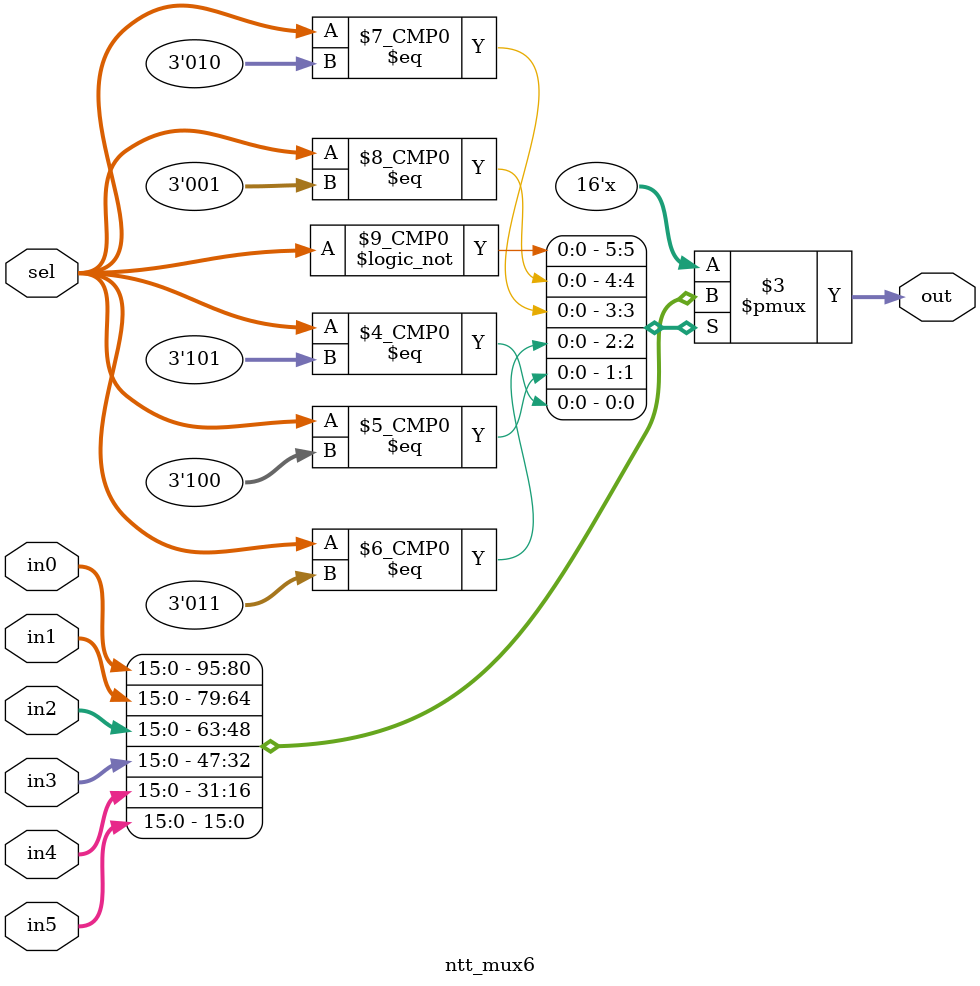
<source format=sv>
module ntt_mux6 (
    input [15:0] in0,
    input [15:0] in1,
    input [15:0] in2,
    input [15:0] in3,
    input [15:0] in4,
    input [15:0] in5,
    input [2:0]sel,
    output reg [15:0] out
);

  always @(*) begin
    case (sel)
      3'd0: out = in0;
      3'd1: out = in1;
      3'd2: out = in2;
      3'd3: out = in3;
      3'd4: out = in4;
      3'd5: out = in5;
      default: out = {16{1'bx}};
    endcase
  end
endmodule

</source>
